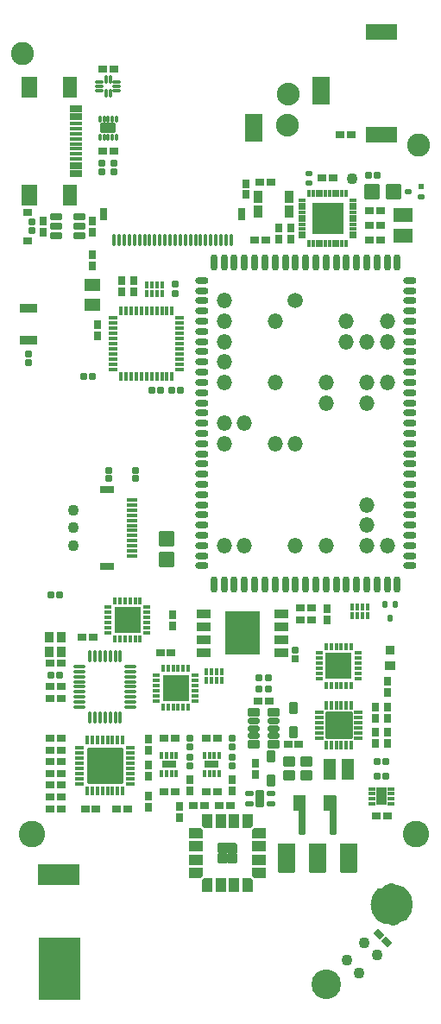
<source format=gts>
G04 Layer: TopSolderMaskLayer*
G04 EasyEDA v6.5.21, 2022-10-22 15:56:40*
G04 9ab0f769691e454ba0e7696980ab9178,294cf934c43b457281b0b0dcd80bbfec,10*
G04 Gerber Generator version 0.2*
G04 Scale: 100 percent, Rotated: No, Reflected: No *
G04 Dimensions in millimeters *
G04 leading zeros omitted , absolute positions ,4 integer and 5 decimal *
%FSLAX45Y45*%
%MOMM*%

%AMMACRO1*1,1,$1,$2,$3*1,1,$1,$4,$5*1,1,$1,0-$2,0-$3*1,1,$1,0-$4,0-$5*20,1,$1,$2,$3,$4,$5,0*20,1,$1,$4,$5,0-$2,0-$3,0*20,1,$1,0-$2,0-$3,0-$4,0-$5,0*20,1,$1,0-$4,0-$5,$2,$3,0*4,1,4,$2,$3,$4,$5,0-$2,0-$3,0-$4,0-$5,$2,$3,0*%
%AMMACRO2*4,1,5,-0.4826,-0.5258,-0.6604,-0.3454,-0.6604,0.5258,0.6604,0.5258,0.6604,-0.5258,-0.4826,-0.5258,0*%
%AMMACRO3*4,1,5,-0.6604,-0.5258,-0.6604,0.3454,-0.4826,0.5258,0.6604,0.5258,0.6604,-0.5258,-0.6604,-0.5258,0*%
%AMMACRO4*4,1,5,-0.5004,-0.5004,-0.5004,0.5004,0.3226,0.5004,0.5004,0.32,0.5004,-0.5004,-0.5004,-0.5004,0*%
%AMMACRO5*4,1,5,-0.5258,-0.6617,-0.5258,0.6617,0.5258,0.6617,0.5258,-0.4813,0.3454,-0.6617,-0.5258,-0.6617,0*%
%AMMACRO6*4,1,5,-0.348,-0.6617,-0.5258,-0.4813,-0.5258,0.6617,0.5258,0.6617,0.5258,-0.6617,-0.348,-0.6617,0*%
%AMMACRO7*4,1,5,-0.5258,-0.6604,-0.5258,0.4826,-0.348,0.6604,0.5258,0.6604,0.5258,-0.6604,-0.5258,-0.6604,0*%
%AMMACRO8*4,1,5,-0.6604,-0.5258,-0.6604,0.5258,0.4801,0.5258,0.6604,0.3454,0.6604,-0.5258,-0.6604,-0.5258,0*%
%AMMACRO9*4,1,5,-0.5258,-0.6617,-0.5258,0.6617,0.3454,0.6617,0.5258,0.4813,0.5258,-0.6617,-0.5258,-0.6617,0*%
%AMMACRO10*4,1,5,-0.6604,-0.5258,-0.6604,0.5258,0.6604,0.5258,0.6604,-0.3454,0.4801,-0.5258,-0.6604,-0.5258,0*%
%AMMACRO11*4,1,8,-0.442,-0.4521,-0.602,-0.2921,-0.602,0.2921,-0.442,0.4521,0.442,0.4521,0.602,0.2921,0.602,-0.2921,0.442,-0.4521,-0.442,-0.4521,0*%
%AMMACRO12*4,1,8,-0.442,-0.4508,-0.602,-0.2908,-0.602,0.2934,-0.442,0.4508,0.442,0.4508,0.602,0.2934,0.602,-0.2908,0.442,-0.4508,-0.442,-0.4508,0*%
%AMMACRO13*4,1,8,-0.442,-0.301,-0.602,-0.141,-0.602,0.141,-0.442,0.301,0.442,0.301,0.602,0.141,0.602,-0.141,0.442,-0.301,-0.442,-0.301,0*%
%AMMACRO14*4,1,8,-0.442,-0.3023,-0.602,-0.1422,-0.602,0.1422,-0.442,0.3023,0.442,0.3023,0.602,0.1422,0.602,-0.1422,0.442,-0.3023,-0.442,-0.3023,0*%
%AMMACRO15*4,1,8,-0.442,-0.301,-0.602,-0.1435,-0.602,0.141,-0.442,0.301,0.442,0.301,0.602,0.141,0.602,-0.1435,0.442,-0.301,-0.442,-0.301,0*%
%ADD10MACRO1,0.1016X-2X1X2X1*%
%ADD11MACRO1,0.1016X-2X3X2X3*%
%ADD12MACRO1,0.1016X-1.5011X-0.7493X-1.5011X0.7493*%
%ADD13MACRO1,0.1016X0.395X0.27X0.395X-0.27*%
%ADD14MACRO1,0.1016X-0.395X0.27X-0.395X-0.27*%
%ADD15MACRO1,0.1016X-0.112X-0.2525X-0.112X0.2525*%
%ADD16MACRO1,0.1016X-0.112X0.2525X-0.112X-0.2525*%
%ADD17MACRO1,0.1016X-0.7X-0.45X-0.7X0.45*%
%ADD18C,1.1016*%
%ADD19MACRO1,0.1016X-1.5X1.5X1.5X1.5*%
%ADD20MACRO1,0.1016X-0.3175X-0.0889X-0.3175X0.0889*%
%ADD21MACRO1,0.1016X-0.0889X0.3175X0.0889X0.3175*%
%ADD22MACRO1,0.1016X-0.395X-0.27X-0.395X0.27*%
%ADD23MACRO1,0.1016X0.395X-0.27X0.395X0.27*%
%ADD24MACRO1,0.1016X-0.27X0.395X0.27X0.395*%
%ADD25MACRO1,0.1016X-0.27X-0.395X0.27X-0.395*%
%ADD26MACRO1,0.1016X0.27X-0.395X-0.27X-0.395*%
%ADD27MACRO1,0.1016X0.27X0.395X-0.27X0.395*%
%ADD28MACRO1,0.1016X-0.275X0.2X0.275X0.2*%
%ADD29MACRO1,0.1016X0.9X0.6X0.9X-0.6*%
%ADD30MACRO1,0.1016X-0.4X-0.5X0.4X-0.5*%
%ADD31MACRO1,0.1016X0.27X-0.2828X-0.27X-0.2828*%
%ADD32MACRO1,0.1016X0.27X0.2828X-0.27X0.2828*%
%ADD33O,1.3015976X0.7015988*%
%ADD34O,0.7015988X1.6015970000000002*%
%ADD35O,1.4915896000000002X1.4915896000000002*%
%ADD36C,1.4916*%
%ADD37MACRO1,0.1016X-0.536X-0.266X-0.536X0.266*%
%ADD38MACRO1,0.1016X0.45X0.15X0.45X-0.15*%
%ADD39MACRO1,0.1016X0.6X0.3X0.6X-0.3*%
%ADD40MACRO1,0.1016X-0.15X0.2525X-0.15X-0.2525*%
%ADD41MACRO1,0.1016X-0.15X-0.2525X-0.15X0.2525*%
%ADD42MACRO1,0.1016X0.675X-0.7051X-0.675X-0.7051*%
%ADD43MACRO1,0.1016X0.675X0.7051X-0.675X0.7051*%
%ADD44MACRO1,0.1016X-0.83X-0.4X-0.83X0.4*%
%ADD45R,0.6416X0.8917*%
%ADD46MACRO1,0.1016X1.25X1.25X1.25X-1.25*%
%ADD47MACRO1,0.1016X0.3X0.15X0.3X-0.15*%
%ADD48MACRO1,0.1016X0.15X-0.3X-0.15X-0.3*%
%ADD49MACRO1,0.1016X-0.3X-0.15X-0.3X0.15*%
%ADD50MACRO1,0.1016X-0.15X0.3X0.15X0.3*%
%ADD51MACRO1,0.1016X0.125X-0.5X-0.125X-0.5*%
%ADD52MACRO1,0.1016X0.3X-0.5X-0.3X-0.5*%
%ADD53MACRO1,0.1016X-0.255X-0.2X-0.255X0.2*%
%ADD54R,0.6116X0.5016*%
%ADD55MACRO1,0.1016X0.2X-0.255X-0.2X-0.255*%
%ADD56MACRO1,0.1016X-0.275X0.275X0.275X0.275*%
%ADD57MACRO1,0.1016X0.2828X0.27X0.2828X-0.27*%
%ADD58MACRO1,0.1016X-0.2828X0.27X-0.2828X-0.27*%
%ADD59MACRO1,0.1016X-0.2828X-0.27X-0.2828X0.27*%
%ADD60MACRO1,0.1016X0.2828X-0.27X0.2828X0.27*%
%ADD61MACRO1,0.1016X-0.475X0.61X0.475X0.61*%
%ADD62MACRO1,0.1016X-0.61X-0.475X-0.61X0.475*%
%ADD63MACRO1,0.1016X0.475X-0.61X-0.475X-0.61*%
%ADD64MACRO2*%
%ADD65MACRO1,0.1016X0.61X0.475X0.61X-0.475*%
%ADD66MACRO3*%
%ADD67MACRO4*%
%ADD68MACRO1,0.1016X0.45X0.45X0.45X-0.45*%
%ADD69MACRO5*%
%ADD70MACRO6*%
%ADD71MACRO7*%
%ADD72MACRO8*%
%ADD73MACRO9*%
%ADD74MACRO10*%
%ADD75MACRO1,0.1016X-0.635X0.4X0.635X0.4*%
%ADD76MACRO1,0.1016X-1.65X2.1X1.65X2.1*%
%ADD77MACRO1,0.1016X0.25X0.25X0.25X-0.25*%
%ADD78MACRO1,0.1016X0.4X0.275X0.4X-0.275*%
%ADD79MACRO1,0.1016X0.5X-0.75X-0.5X-0.75*%
%ADD80MACRO1,0.1016X-0.762X-1.397X-0.762X1.397*%
%ADD81MACRO1,0.1016X-0.25X1.9X0.25X1.9*%
%ADD82MACRO1,0.1X0.6X1X0.6X-1*%
%ADD83MACRO1,0.1X0.75X1X0.75X-1*%
%ADD84MACRO1,0.1X0.55X0.3X0.55X-0.3*%
%ADD85MACRO1,0.1X0.55X0.15X0.55X-0.15*%
%ADD86MACRO1,0.1016X-1.25X1.25X1.25X1.25*%
%ADD87MACRO1,0.1016X-0.375X-0.5X-0.375X0.5*%
%ADD88MACRO11*%
%ADD89MACRO12*%
%ADD90MACRO13*%
%ADD91MACRO14*%
%ADD92MACRO15*%
%ADD93R,0.9656X0.9081*%
%ADD94MACRO1,0.1016X0.432X0.4032X-0.432X0.4032*%
%ADD95MACRO1,0.1016X0.4X0.45X0.4X-0.45*%
%ADD96MACRO1,0.1016X0.5X0.1125X0.5X-0.1125*%
%ADD97MACRO1,0.1016X-0.1125X0.5X0.1125X0.5*%
%ADD98MACRO1,0.1016X-0.27X0.2828X0.27X0.2828*%
%ADD99MACRO1,0.1016X-0.27X-0.2828X0.27X-0.2828*%
%ADD100MACRO1,0.1016X-0.6X0.3X0.6X0.3*%
%ADD101MACRO1,0.1016X-0.14X0.275X0.14X0.275*%
%ADD102O,0.9315958X0.5915914*%
%ADD103MACRO1,0.1016X0.35X-0.8X-0.35X-0.8*%
%ADD104MACRO1,0.1016X-0.705X-0.675X-0.705X0.675*%
%ADD105MACRO1,0.1016X0.705X-0.675X0.705X0.675*%
%ADD106MACRO1,0.1016X0.35X-0.1X-0.35X-0.1*%
%ADD107MACRO1,0.1016X0.0999X-0.35X-0.0999X-0.35*%
%ADD108MACRO1,0.1016X0.4X-0.15X-0.4X-0.15*%
%ADD109C,0.0159*%
%ADD110MACRO1,0.1016X-0.15X-0.4X-0.15X0.4*%
%ADD111MACRO1,0.1016X1.7X-1.7X-1.7X-1.7*%
%ADD112MACRO1,0.1016X-0.4X0.14X0.4X0.14*%
%ADD113MACRO1,0.1016X-0.14X0.4X0.14X0.4*%
%ADD114MACRO1,0.2032X0.45X0.4X0.45X-0.4*%
%ADD115MACRO1,0.1016X0.5505X-1X-0.5505X-1*%
%ADD116MACRO1,0.1016X0.14X0.3325X0.14X-0.3325*%
%ADD117MACRO1,0.1016X-0.3325X0.14X-0.3325X-0.14*%
%ADD118MACRO1,0.1016X0.14X-0.3325X0.14X0.3325*%
%ADD119MACRO1,0.1016X1.3X-1.3X-1.3X-1.3*%
%ADD120MACRO1,0.1016X0.2525X-0.14X-0.2525X-0.14*%
%ADD121MACRO1,0.1016X-0.2525X-0.14X0.2525X-0.14*%
%ADD122MACRO1,0.1016X0.45X-0.825X-0.45X-0.825*%
%ADD123MACRO1,0.1016X-0.8128X1.3208X0.8128X1.3208*%
%ADD124C,2.2352*%
%ADD125MACRO1,0.1016X0.8128X-1.3208X-0.8128X-1.3208*%
%ADD126MACRO1,0.1016X-0.4703X0.0884X-0.0884X0.4703*%
%ADD127MACRO1,0.1016X0.0884X-0.4703X0.4703X-0.0884*%
%ADD128R,0.6416X0.6673*%
%ADD129MACRO1,0.1016X0.15X-0.2525X0.15X0.2525*%
%ADD130MACRO1,0.1016X0.15X0.2525X0.15X-0.2525*%
%ADD131MACRO1,0.1016X-0.6885X-0.5663X0.6885X-0.5663*%
%ADD132MACRO1,0.1016X-0.6885X0.5663X0.6885X0.5663*%
%ADD133C,2.2606*%
%ADD134C,2.6016*%
%ADD135C,2.9016*%
%ADD136C,2.5400*%

%LPD*%
D10*
G01*
X-2712493Y-1752495D03*
D11*
G01*
X-2709994Y-2674995D03*
D12*
G01*
X449999Y6504985D03*
G01*
X449999Y5504987D03*
D13*
G01*
X-2284501Y5339989D03*
D14*
G01*
X-2175489Y5339989D03*
D15*
G01*
X-2309983Y5472239D03*
G01*
X-2269982Y5472239D03*
G01*
X-2229982Y5472239D03*
G01*
X-2189982Y5472239D03*
G01*
X-2149981Y5472239D03*
D16*
G01*
X-2149981Y5657740D03*
G01*
X-2189982Y5657740D03*
G01*
X-2229982Y5657740D03*
G01*
X-2269982Y5657740D03*
G01*
X-2309983Y5657740D03*
D17*
G01*
X-2229982Y5564990D03*
D18*
G01*
X167505Y5069977D03*
D19*
G01*
X-77005Y4679823D03*
D20*
G01*
X-324426Y4859832D03*
G01*
X-324426Y4819827D03*
G01*
X-324426Y4779822D03*
G01*
X-324426Y4739817D03*
G01*
X-324426Y4699838D03*
G01*
X-324426Y4659833D03*
G01*
X-324426Y4619828D03*
G01*
X-324426Y4579823D03*
G01*
X-324426Y4539818D03*
G01*
X-324426Y4499838D03*
D21*
G01*
X-257014Y4432401D03*
G01*
X-217009Y4432401D03*
G01*
X-177004Y4432401D03*
G01*
X-136999Y4432401D03*
G01*
X-97020Y4432401D03*
G01*
X-57015Y4432401D03*
G01*
X-17010Y4432401D03*
G01*
X22994Y4432401D03*
G01*
X62999Y4432401D03*
G01*
X102979Y4432401D03*
D20*
G01*
X170416Y4499838D03*
G01*
X170416Y4539818D03*
G01*
X170416Y4579823D03*
G01*
X170416Y4619828D03*
G01*
X170416Y4659833D03*
G01*
X170416Y4699838D03*
G01*
X170416Y4739817D03*
G01*
X170416Y4779822D03*
G01*
X170416Y4819827D03*
G01*
X170416Y4859832D03*
D21*
G01*
X102979Y4927269D03*
G01*
X62999Y4927269D03*
G01*
X22994Y4927269D03*
G01*
X-17010Y4927269D03*
G01*
X-57015Y4927269D03*
G01*
X-97020Y4927269D03*
G01*
X-136999Y4927269D03*
G01*
X-177004Y4927269D03*
G01*
X-217009Y4927269D03*
G01*
X-257014Y4927269D03*
D13*
G01*
X47993Y5504987D03*
D14*
G01*
X157005Y5504987D03*
D13*
G01*
X-132006Y5074988D03*
D14*
G01*
X-22994Y5074988D03*
D13*
G01*
X-739503Y5034988D03*
D14*
G01*
X-630491Y5034988D03*
D22*
G01*
X440758Y4614989D03*
D23*
G01*
X331746Y4614989D03*
D22*
G01*
X-685492Y4467491D03*
D23*
G01*
X-794504Y4467491D03*
D24*
G01*
X-554997Y4480483D03*
D25*
G01*
X-554997Y4589495D03*
D24*
G01*
X-439996Y4480483D03*
D25*
G01*
X-439996Y4589495D03*
D26*
G01*
X-879998Y5021996D03*
D27*
G01*
X-879998Y4912984D03*
D22*
G01*
X440758Y4469991D03*
D23*
G01*
X331746Y4469991D03*
D22*
G01*
X440758Y4759987D03*
D23*
G01*
X331746Y4759987D03*
D28*
G01*
X-257500Y5029989D03*
G01*
X-257500Y5119989D03*
D29*
G01*
X662500Y4514989D03*
G01*
X662500Y4714989D03*
D30*
G01*
X-456491Y4889980D03*
G01*
X-758492Y4749980D03*
G01*
X-456491Y4749980D03*
G01*
X-758492Y4889980D03*
D31*
G01*
X-2169995Y5220773D03*
D32*
G01*
X-2169995Y5134207D03*
D31*
G01*
X-2289992Y5220773D03*
D32*
G01*
X-2289992Y5134207D03*
D33*
G01*
X726965Y4072417D03*
G01*
X726965Y3972417D03*
G01*
X726965Y3872417D03*
G01*
X726940Y3772418D03*
G01*
X726940Y3672418D03*
G01*
X726940Y3572418D03*
G01*
X726940Y3472418D03*
G01*
X726940Y3372418D03*
G01*
X726914Y3272419D03*
G01*
X726914Y3172419D03*
G01*
X726914Y3072419D03*
G01*
X726914Y2972419D03*
G01*
X726914Y2872419D03*
G01*
X726889Y2772420D03*
G01*
X726889Y2672420D03*
G01*
X726889Y2572420D03*
G01*
X726991Y2472395D03*
G01*
X726965Y2372395D03*
G01*
X726965Y2272395D03*
G01*
X726864Y2172421D03*
G01*
X726864Y2072421D03*
G01*
X726864Y1972421D03*
G01*
X726864Y1872421D03*
G01*
X726838Y1772422D03*
G01*
X726838Y1672422D03*
G01*
X726838Y1572422D03*
G01*
X726838Y1472422D03*
G01*
X726838Y1372422D03*
G01*
X726813Y1272423D03*
D34*
G01*
X-1192486Y1092413D03*
G01*
X-1092487Y1092413D03*
G01*
X-992487Y1092413D03*
G01*
X-892487Y1092413D03*
G01*
X-792462Y1092413D03*
G01*
X-692462Y1092413D03*
G01*
X-592462Y1092413D03*
G01*
X-492462Y1092413D03*
G01*
X-392463Y1092413D03*
G01*
X-292437Y1092413D03*
G01*
X-192438Y1092413D03*
G01*
X-92438Y1092413D03*
G01*
X7561Y1092413D03*
G01*
X107561Y1092413D03*
G01*
X207586Y1092413D03*
G01*
X307586Y1092413D03*
G01*
X407586Y1092413D03*
G01*
X507585Y1092413D03*
G01*
X607585Y1092413D03*
D33*
G01*
X-1313187Y1272423D03*
G01*
X-1313187Y1372422D03*
G01*
X-1313162Y1472422D03*
G01*
X-1313162Y1572422D03*
G01*
X-1313035Y1672396D03*
G01*
X-1313035Y1772396D03*
G01*
X-1313162Y1872421D03*
G01*
X-1313136Y1972421D03*
G01*
X-1313136Y2072421D03*
G01*
X-1313136Y2172421D03*
G01*
X-1313136Y2272421D03*
G01*
X-1313136Y2372420D03*
G01*
X-1313111Y2472420D03*
G01*
X-1313111Y2572420D03*
G01*
X-1313111Y2672420D03*
G01*
X-1313111Y2772420D03*
G01*
X-1313111Y2872419D03*
G01*
X-1313086Y2972419D03*
G01*
X-1313086Y3072419D03*
G01*
X-1313086Y3172419D03*
G01*
X-1313086Y3272419D03*
G01*
X-1313086Y3372418D03*
G01*
X-1313060Y3472418D03*
G01*
X-1313060Y3572418D03*
G01*
X-1313060Y3672418D03*
G01*
X-1313060Y3772418D03*
G01*
X-1313060Y3872417D03*
G01*
X-1313035Y3972417D03*
G01*
X-1313035Y4072417D03*
D34*
G01*
X-1192512Y4252401D03*
G01*
X-1092512Y4252401D03*
G01*
X-992512Y4252401D03*
G01*
X-892487Y4252401D03*
G01*
X-792411Y4252401D03*
G01*
X-692411Y4252401D03*
G01*
X-592411Y4252401D03*
G01*
X-492412Y4252401D03*
G01*
X-392412Y4252401D03*
G01*
X-292412Y4252401D03*
G01*
X-192438Y4252401D03*
G01*
X-92438Y4252401D03*
G01*
X7586Y4252401D03*
G01*
X107561Y4252401D03*
G01*
X207561Y4252401D03*
G01*
X307560Y4252401D03*
G01*
X407560Y4252401D03*
G01*
X507560Y4252401D03*
G01*
X607585Y4252401D03*
D35*
G01*
X506976Y1472397D03*
G01*
X306976Y1872396D03*
G01*
X306976Y1672396D03*
G01*
X306976Y1472397D03*
G01*
X-93022Y1472397D03*
G01*
X-393021Y1472397D03*
G01*
X-893020Y1472397D03*
G01*
X-1093020Y1472397D03*
G01*
X-1093020Y2472395D03*
G01*
X-1093020Y2672394D03*
G01*
X-893020Y2672394D03*
G01*
X-593021Y2472395D03*
G01*
X-393021Y2472395D03*
G01*
X-93022Y2872394D03*
G01*
X306976Y2872394D03*
G01*
X-93022Y3072394D03*
G01*
X306976Y3072394D03*
G01*
X506976Y3072394D03*
G01*
X106977Y3472393D03*
G01*
X306976Y3472393D03*
G01*
X506976Y3472393D03*
G01*
X506976Y3672392D03*
G01*
X106977Y3672392D03*
G01*
X-592411Y3672418D03*
G01*
X-593021Y3072394D03*
G01*
X-1093020Y3072394D03*
G01*
X-1093020Y3272393D03*
G01*
X-1093020Y3472393D03*
G01*
X-1093020Y3672392D03*
G01*
X-1093020Y3872417D03*
D36*
G01*
X-392412Y3872417D03*
D26*
G01*
X-2387495Y4326996D03*
D27*
G01*
X-2387495Y4217984D03*
D26*
G01*
X-2387495Y4656996D03*
D27*
G01*
X-2387495Y4547984D03*
D24*
G01*
X-2864993Y4547984D03*
D25*
G01*
X-2864993Y4656996D03*
D37*
G01*
X-2511336Y4507494D03*
G01*
X-2511336Y4602490D03*
G01*
X-2511336Y4697486D03*
G01*
X-2741155Y4697486D03*
G01*
X-2741155Y4602490D03*
G01*
X-2741155Y4507494D03*
D38*
G01*
X-1997494Y1369997D03*
G01*
X-1997494Y1419997D03*
G01*
X-1997494Y1469997D03*
G01*
X-1997494Y1519996D03*
G01*
X-1997494Y1569996D03*
G01*
X-1997494Y1619996D03*
G01*
X-1997494Y1669996D03*
G01*
X-1997494Y1719996D03*
G01*
X-1997494Y1769996D03*
G01*
X-1997494Y1819996D03*
G01*
X-1997494Y1869996D03*
G01*
X-1997494Y1919996D03*
D39*
G01*
X-2237473Y2020001D03*
G01*
X-2237498Y1269989D03*
D18*
G01*
X-2567490Y1817507D03*
D40*
G01*
X162497Y867745D03*
G01*
X212497Y867745D03*
G01*
X262497Y867745D03*
G01*
X312497Y867745D03*
D41*
G01*
X162497Y782243D03*
G01*
X212497Y782243D03*
G01*
X262497Y782243D03*
G01*
X312497Y782243D03*
D42*
G01*
X-1654992Y1537995D03*
D43*
G01*
X-1654992Y1332000D03*
D44*
G01*
X-3009993Y3797487D03*
G01*
X-3009993Y3487488D03*
D26*
G01*
X-1597497Y797003D03*
D45*
G01*
X-1597489Y687994D03*
D46*
G01*
X-2040084Y742574D03*
D47*
G01*
X-1850169Y867491D03*
G01*
X-1850169Y817504D03*
G01*
X-1850169Y767491D03*
G01*
X-1850169Y717504D03*
G01*
X-1850169Y667491D03*
G01*
X-1850169Y617504D03*
D48*
G01*
X-1914989Y553293D03*
G01*
X-1965002Y553293D03*
G01*
X-2014989Y553293D03*
G01*
X-2065002Y553293D03*
G01*
X-2114989Y553293D03*
G01*
X-2165002Y553293D03*
D49*
G01*
X-2229822Y617504D03*
G01*
X-2229822Y667491D03*
G01*
X-2229822Y717504D03*
G01*
X-2229822Y767491D03*
G01*
X-2229822Y817504D03*
G01*
X-2229822Y867491D03*
D50*
G01*
X-2165002Y931651D03*
G01*
X-2114989Y931651D03*
G01*
X-2065002Y931651D03*
G01*
X-2014989Y931651D03*
G01*
X-1965002Y931651D03*
G01*
X-1914989Y931702D03*
D51*
G01*
X-2172502Y4472485D03*
G01*
X-2122515Y4472485D03*
G01*
X-2072502Y4472485D03*
G01*
X-2022515Y4472485D03*
G01*
X-1972503Y4472485D03*
G01*
X-1922515Y4472485D03*
G01*
X-1872503Y4472485D03*
G01*
X-1822516Y4472485D03*
G01*
X-1772503Y4472485D03*
G01*
X-1722516Y4472485D03*
G01*
X-1672503Y4472485D03*
G01*
X-1622516Y4472485D03*
G01*
X-1572503Y4472485D03*
G01*
X-1522516Y4472485D03*
G01*
X-1472504Y4472485D03*
G01*
X-1422516Y4472485D03*
G01*
X-1372504Y4472485D03*
G01*
X-1322517Y4472485D03*
G01*
X-1272504Y4472485D03*
G01*
X-1222517Y4472485D03*
G01*
X-1172504Y4472485D03*
G01*
X-1122517Y4472485D03*
G01*
X-1072504Y4472485D03*
G01*
X-1022517Y4472485D03*
D52*
G01*
X-922492Y4722497D03*
G01*
X-2272502Y4722497D03*
D53*
G01*
X714997Y4942489D03*
G01*
X844999Y4892489D03*
D54*
G01*
X844999Y4992481D03*
D55*
G01*
X537499Y762497D03*
G01*
X587499Y892500D03*
G01*
X487499Y892500D03*
D56*
G01*
X-2224991Y2209998D03*
G01*
X-1959996Y2209998D03*
G01*
X-2224991Y2135002D03*
G01*
X-1959996Y2135000D03*
D57*
G01*
X409200Y-642503D03*
D58*
G01*
X495766Y-642503D03*
D59*
G01*
X495766Y-787504D03*
D60*
G01*
X409200Y-787504D03*
D61*
G01*
X-994999Y-1232499D03*
G01*
X-1124999Y-1232499D03*
D62*
G01*
X-1369999Y-1477497D03*
G01*
X-1369999Y-1607497D03*
D63*
G01*
X-1124999Y-1852498D03*
G01*
X-994999Y-1852498D03*
D64*
G01*
X-749942Y-1737553D03*
D65*
G01*
X-750001Y-1607497D03*
G01*
X-750001Y-1477497D03*
D66*
G01*
X-749942Y-1347409D03*
D67*
G01*
X-1010038Y-1492443D03*
D68*
G01*
X-1109997Y-1492496D03*
G01*
X-1109997Y-1592496D03*
G01*
X-1009997Y-1592496D03*
D69*
G01*
X-865004Y-1232474D03*
D70*
G01*
X-1254894Y-1232474D03*
D71*
G01*
X-1254894Y-1852615D03*
D72*
G01*
X-1369956Y-1347409D03*
D73*
G01*
X-865004Y-1852488D03*
D74*
G01*
X-1369956Y-1737553D03*
D75*
G01*
X-1292494Y802998D03*
G01*
X-1292494Y675998D03*
G01*
X-1292494Y548998D03*
G01*
X-1292494Y421998D03*
G01*
X-532500Y421998D03*
G01*
X-532500Y548998D03*
G01*
X-532500Y675998D03*
G01*
X-532500Y802998D03*
D76*
G01*
X-912484Y612498D03*
D77*
G01*
X-2979996Y4642488D03*
D78*
G01*
X-3019996Y4742489D03*
G01*
X-3019996Y4462490D03*
D77*
G01*
X-2979995Y4562491D03*
D79*
G01*
X-354998Y-1054999D03*
G01*
X-54998Y-1054999D03*
D80*
G01*
X125996Y-1594998D03*
G01*
X-174998Y-1594998D03*
G01*
X-475993Y-1594998D03*
D81*
G01*
X-325495Y-1170001D03*
G01*
X-24500Y-1170001D03*
D82*
G01*
X-2606022Y5969988D03*
D83*
G01*
X-3001025Y5969988D03*
G01*
X-3001025Y4904986D03*
D82*
G01*
X-2606022Y4904986D03*
D84*
G01*
X-2543961Y5117490D03*
G01*
X-2543961Y5197495D03*
D85*
G01*
X-2543961Y5262505D03*
G01*
X-2543961Y5312492D03*
G01*
X-2543961Y5362505D03*
G01*
X-2543961Y5412492D03*
G01*
X-2543961Y5462504D03*
G01*
X-2543961Y5512492D03*
G01*
X-2543961Y5562504D03*
G01*
X-2543961Y5612491D03*
D84*
G01*
X-2543961Y5677479D03*
G01*
X-2543961Y5757484D03*
D86*
G01*
X32423Y292409D03*
D50*
G01*
X-92494Y482325D03*
G01*
X-42506Y482325D03*
G01*
X7505Y482325D03*
G01*
X57492Y482325D03*
G01*
X107505Y482325D03*
G01*
X157492Y482325D03*
D47*
G01*
X221703Y417504D03*
G01*
X221703Y367492D03*
G01*
X221703Y317505D03*
G01*
X221703Y267492D03*
G01*
X221703Y217505D03*
G01*
X221703Y167492D03*
D48*
G01*
X157492Y102671D03*
G01*
X107505Y102671D03*
G01*
X57492Y102671D03*
G01*
X7505Y102671D03*
G01*
X-42506Y102671D03*
G01*
X-92494Y102671D03*
D49*
G01*
X-156654Y167492D03*
G01*
X-156654Y217505D03*
G01*
X-156654Y267492D03*
G01*
X-156654Y317505D03*
G01*
X-156654Y367492D03*
G01*
X-156705Y417504D03*
D24*
G01*
X-782497Y-769505D03*
D25*
G01*
X-782497Y-660493D03*
D13*
G01*
X-759503Y-52501D03*
D14*
G01*
X-650491Y-52501D03*
D87*
G01*
X-634997Y-597744D03*
G01*
X-634997Y-832250D03*
D88*
G01*
X-805060Y-165039D03*
D89*
G01*
X-805060Y-475046D03*
G01*
X-604908Y-475046D03*
D88*
G01*
X-604908Y-165039D03*
D90*
G01*
X-805060Y-250002D03*
D91*
G01*
X-805060Y-319979D03*
D92*
G01*
X-805060Y-389956D03*
G01*
X-604908Y-389956D03*
D91*
G01*
X-604908Y-319979D03*
D90*
G01*
X-604908Y-250002D03*
D18*
G01*
X-2567490Y1472498D03*
G01*
X-2567490Y1644990D03*
D93*
G01*
X532503Y442833D03*
D94*
G01*
X532498Y292174D03*
D26*
G01*
X512498Y144505D03*
D45*
G01*
X512488Y35493D03*
D57*
G01*
X-2790775Y202498D03*
D58*
G01*
X-2704209Y202498D03*
D22*
G01*
X-2692989Y87500D03*
D23*
G01*
X-2802001Y87500D03*
D22*
G01*
X-1610489Y419999D03*
D23*
G01*
X-1719501Y419999D03*
D86*
G01*
X-1567573Y74909D03*
D50*
G01*
X-1692490Y264825D03*
G01*
X-1642503Y264825D03*
G01*
X-1592491Y264825D03*
G01*
X-1542503Y264825D03*
G01*
X-1492491Y264825D03*
G01*
X-1442504Y264825D03*
D47*
G01*
X-1378292Y200004D03*
G01*
X-1378292Y149992D03*
G01*
X-1378292Y100004D03*
G01*
X-1378292Y49992D03*
G01*
X-1378292Y5D03*
G01*
X-1378292Y-50007D03*
D48*
G01*
X-1442504Y-114828D03*
G01*
X-1492491Y-114828D03*
G01*
X-1542503Y-114828D03*
G01*
X-1592491Y-114828D03*
G01*
X-1642503Y-114828D03*
G01*
X-1692490Y-114828D03*
D49*
G01*
X-1756651Y-50007D03*
G01*
X-1756651Y5D03*
G01*
X-1756651Y49992D03*
G01*
X-1756651Y100004D03*
G01*
X-1756651Y149992D03*
G01*
X-1756702Y200004D03*
D95*
G01*
X-2687500Y577498D03*
G01*
X-2687500Y427498D03*
G01*
X-2807489Y427498D03*
G01*
X-2807489Y577498D03*
D22*
G01*
X-2375489Y577499D03*
D23*
G01*
X-2484501Y577499D03*
D22*
G01*
X-2692989Y-27500D03*
D23*
G01*
X-2802001Y-27500D03*
D22*
G01*
X-2692989Y317500D03*
D23*
G01*
X-2802001Y317500D03*
D22*
G01*
X-2692989Y-532498D03*
D23*
G01*
X-2802001Y-532498D03*
D22*
G01*
X-2692989Y-417499D03*
D23*
G01*
X-2802001Y-417499D03*
D96*
G01*
X-2509994Y237497D03*
G01*
X-2509994Y287500D03*
G01*
X-2509994Y187500D03*
G01*
X-2509994Y137500D03*
G01*
X-2509994Y87500D03*
G01*
X-2509994Y37500D03*
G01*
X-2509994Y-12499D03*
G01*
X-2509994Y-62499D03*
G01*
X-2509994Y-112499D03*
G01*
X-2010009Y-112590D03*
G01*
X-2010009Y-62590D03*
G01*
X-2010009Y-12588D03*
G01*
X-2010009Y37406D03*
G01*
X-2009989Y87497D03*
G01*
X-2010009Y137406D03*
G01*
X-2010009Y187406D03*
G01*
X-2010009Y237408D03*
G01*
X-2010009Y287407D03*
D97*
G01*
X-2409995Y-212498D03*
G01*
X-2359995Y-212498D03*
G01*
X-2309995Y-212498D03*
G01*
X-2259990Y-212498D03*
G01*
X-2209995Y-212498D03*
G01*
X-2159995Y-212498D03*
G01*
X-2109995Y-212498D03*
G01*
X-2110021Y387457D03*
G01*
X-2160016Y387457D03*
G01*
X-2210010Y387457D03*
G01*
X-2260005Y387457D03*
G01*
X-2310023Y387457D03*
G01*
X-2360018Y387457D03*
G01*
X-2410012Y387457D03*
D22*
G01*
X-1570489Y-942497D03*
D23*
G01*
X-1679501Y-942497D03*
D24*
G01*
X-1427495Y-932002D03*
D25*
G01*
X-1427495Y-822990D03*
D22*
G01*
X-1570489Y-414997D03*
D23*
G01*
X-1679501Y-414997D03*
D22*
G01*
X-1157991Y-414997D03*
D23*
G01*
X-1267002Y-414997D03*
D24*
G01*
X-1012497Y-932002D03*
D25*
G01*
X-1012497Y-822990D03*
D13*
G01*
X-1267002Y-942497D03*
D14*
G01*
X-1157991Y-942497D03*
D98*
G01*
X-1427495Y-503279D03*
D99*
G01*
X-1427495Y-416713D03*
D31*
G01*
X-1427495Y-604213D03*
D32*
G01*
X-1427495Y-690779D03*
D98*
G01*
X-1012497Y-503279D03*
D99*
G01*
X-1012497Y-416713D03*
D31*
G01*
X-1012497Y-604213D03*
D32*
G01*
X-1012497Y-690779D03*
D100*
G01*
X-1634995Y-674997D03*
D101*
G01*
X-1710001Y-582236D03*
G01*
X-1659989Y-582236D03*
G01*
X-1610001Y-582236D03*
G01*
X-1559989Y-582236D03*
G01*
X-1559989Y-767758D03*
G01*
X-1610001Y-767758D03*
G01*
X-1659989Y-767758D03*
G01*
X-1710001Y-767758D03*
D100*
G01*
X-1212496Y-674997D03*
D101*
G01*
X-1287503Y-582236D03*
G01*
X-1237490Y-582236D03*
G01*
X-1187503Y-582236D03*
G01*
X-1137490Y-582236D03*
G01*
X-1137490Y-767758D03*
G01*
X-1187503Y-767758D03*
G01*
X-1237490Y-767758D03*
G01*
X-1287503Y-767758D03*
D102*
G01*
X-635998Y-1059982D03*
G01*
X-635998Y-959982D03*
G01*
X-843998Y-959982D03*
G01*
X-843998Y-1059982D03*
D103*
G01*
X-740011Y-1010010D03*
D87*
G01*
X-412513Y-122746D03*
G01*
X-412513Y-357252D03*
D57*
G01*
X-748280Y62499D03*
D58*
G01*
X-661714Y62499D03*
D57*
G01*
X-748280Y177500D03*
D58*
G01*
X-661714Y177500D03*
D24*
G01*
X-82499Y745492D03*
D25*
G01*
X-82499Y854504D03*
D104*
G01*
X567999Y4942489D03*
D105*
G01*
X362000Y4942489D03*
D22*
G01*
X-358007Y-480001D03*
D23*
G01*
X-467019Y-480001D03*
D106*
G01*
X-2144994Y5934981D03*
G01*
X-2144994Y5975012D03*
G01*
X-2144994Y6015017D03*
D107*
G01*
X-2210005Y6039985D03*
G01*
X-2250010Y6039985D03*
D106*
G01*
X-2314996Y6015017D03*
G01*
X-2314996Y5975012D03*
G01*
X-2314996Y5934981D03*
D107*
G01*
X-2249985Y5909988D03*
G01*
X-2210056Y5909988D03*
D57*
G01*
X-2790778Y989998D03*
D58*
G01*
X-2704212Y989998D03*
D31*
G01*
X-3009993Y3350776D03*
D32*
G01*
X-3009993Y3264211D03*
D57*
G01*
X-2473278Y3127494D03*
D58*
G01*
X-2386712Y3127494D03*
D108*
G01*
X-2177412Y3202480D03*
G01*
X-2177412Y3252492D03*
G01*
X-2177412Y3302481D03*
G01*
X-2177412Y3352493D03*
G01*
X-2177412Y3402505D03*
G01*
X-2177412Y3452493D03*
G01*
X-2177412Y3502506D03*
G01*
X-2177412Y3552493D03*
G01*
X-2177412Y3602506D03*
G01*
X-2177412Y3652493D03*
G01*
X-2177412Y3702505D03*
D110*
G01*
X-2102507Y3777409D03*
G01*
X-2052495Y3777409D03*
G01*
X-2002506Y3777409D03*
G01*
X-1952494Y3777409D03*
G01*
X-1902482Y3777409D03*
G01*
X-1852494Y3777409D03*
G01*
X-1802481Y3777409D03*
G01*
X-1752494Y3777409D03*
G01*
X-1702481Y3777409D03*
G01*
X-1652494Y3777409D03*
G01*
X-1602482Y3777409D03*
D108*
G01*
X-1527578Y3702505D03*
G01*
X-1527578Y3652493D03*
G01*
X-1527578Y3602506D03*
G01*
X-1527578Y3552493D03*
G01*
X-1527578Y3502506D03*
G01*
X-1527578Y3452493D03*
G01*
X-1527578Y3402505D03*
G01*
X-1527578Y3352493D03*
G01*
X-1527578Y3302481D03*
G01*
X-1527578Y3252492D03*
G01*
X-1527578Y3202480D03*
D110*
G01*
X-1602482Y3127575D03*
G01*
X-1652494Y3127575D03*
G01*
X-1702481Y3127575D03*
G01*
X-1752494Y3127575D03*
G01*
X-1802481Y3127575D03*
G01*
X-1852494Y3127575D03*
G01*
X-1902482Y3127575D03*
G01*
X-1952494Y3127575D03*
G01*
X-2002506Y3127575D03*
G01*
X-2052495Y3127575D03*
G01*
X-2102507Y3127575D03*
D31*
G01*
X-1572496Y4033274D03*
D32*
G01*
X-1572496Y3946709D03*
D22*
G01*
X-2692989Y-647499D03*
D23*
G01*
X-2802001Y-647499D03*
D22*
G01*
X-2692989Y-992499D03*
D23*
G01*
X-2802001Y-992499D03*
D22*
G01*
X-2692989Y-762497D03*
D23*
G01*
X-2802001Y-762497D03*
D26*
G01*
X-1832495Y-680493D03*
D27*
G01*
X-1832495Y-789505D03*
D22*
G01*
X-2692989Y-877498D03*
D23*
G01*
X-2802001Y-877498D03*
D24*
G01*
X-1832495Y-537004D03*
D25*
G01*
X-1832495Y-427992D03*
D111*
G01*
X-2261237Y-687489D03*
D112*
G01*
X-2511224Y-862495D03*
G01*
X-2511224Y-812482D03*
G01*
X-2511224Y-762495D03*
G01*
X-2511224Y-712482D03*
G01*
X-2511224Y-662495D03*
G01*
X-2511224Y-612482D03*
G01*
X-2511224Y-562495D03*
G01*
X-2511224Y-512483D03*
D113*
G01*
X-2436091Y-437502D03*
G01*
X-2386078Y-437502D03*
G01*
X-2336091Y-437502D03*
G01*
X-2286078Y-437502D03*
G01*
X-2236091Y-437502D03*
G01*
X-2186078Y-437502D03*
G01*
X-2136091Y-437502D03*
G01*
X-2086079Y-437502D03*
D112*
G01*
X-2011250Y-512279D03*
G01*
X-2011250Y-562292D03*
G01*
X-2011250Y-612279D03*
G01*
X-2011250Y-662292D03*
G01*
X-2011250Y-712279D03*
G01*
X-2011250Y-762292D03*
G01*
X-2011250Y-812279D03*
G01*
X-2011250Y-862291D03*
D113*
G01*
X-2086383Y-937475D03*
G01*
X-2136371Y-937475D03*
G01*
X-2186383Y-937475D03*
G01*
X-2236370Y-937475D03*
G01*
X-2286383Y-937475D03*
G01*
X-2336370Y-937475D03*
G01*
X-2386383Y-937475D03*
G01*
X-2436243Y-937475D03*
D26*
G01*
X512483Y-110497D03*
D45*
G01*
X512488Y-219522D03*
D24*
G01*
X512483Y-469508D03*
D25*
G01*
X512483Y-360497D03*
D114*
G01*
X-284241Y-644997D03*
G01*
X-284241Y-784997D03*
G01*
X-456732Y-645002D03*
G01*
X-456732Y-785002D03*
D115*
G01*
X122499Y-719998D03*
G01*
X-57500Y-719998D03*
D116*
G01*
X157775Y-98924D03*
G01*
X107776Y-98924D03*
G01*
X57776Y-98924D03*
G01*
X7776Y-98924D03*
G01*
X-42223Y-98924D03*
G01*
X-92223Y-98924D03*
D117*
G01*
X-157974Y-164674D03*
G01*
X-157974Y-214674D03*
G01*
X-157974Y-264674D03*
G01*
X-157974Y-314674D03*
G01*
X-157974Y-364674D03*
G01*
X-157974Y-414674D03*
D118*
G01*
X-92223Y-480424D03*
G01*
X-42223Y-480424D03*
G01*
X7776Y-480424D03*
G01*
X57776Y-480424D03*
G01*
X107776Y-480424D03*
G01*
X157775Y-480424D03*
D117*
G01*
X223526Y-414674D03*
G01*
X223526Y-364674D03*
G01*
X223526Y-314674D03*
G01*
X223526Y-264674D03*
G01*
X223526Y-214674D03*
G01*
X223526Y-164674D03*
D119*
G01*
X32776Y-289674D03*
D120*
G01*
X547750Y-1062498D03*
G01*
X547750Y-1012498D03*
G01*
X547750Y-962498D03*
G01*
X547750Y-912498D03*
D121*
G01*
X362249Y-912498D03*
G01*
X362249Y-962498D03*
G01*
X362249Y-1012498D03*
G01*
X362249Y-1062498D03*
D122*
G01*
X455000Y-987498D03*
D22*
G01*
X-1285491Y-1074999D03*
D23*
G01*
X-1394503Y-1074999D03*
D22*
G01*
X509506Y-1177498D03*
D23*
G01*
X400494Y-1177498D03*
D24*
G01*
X392485Y-219509D03*
D25*
G01*
X392485Y-110497D03*
D24*
G01*
X392485Y-469508D03*
D25*
G01*
X392485Y-360497D03*
D123*
G01*
X-139219Y5932487D03*
D124*
G01*
X-466885Y5902004D03*
D125*
G01*
X-799218Y5567486D03*
D124*
G01*
X-471558Y5597966D03*
D126*
G01*
X504322Y-2413538D03*
D127*
G01*
X427238Y-2336454D03*
D13*
G01*
X-2802001Y-1107498D03*
D14*
G01*
X-2692989Y-1107498D03*
D26*
G01*
X-1832495Y-987991D03*
D27*
G01*
X-1832495Y-1097003D03*
D13*
G01*
X-2145743Y-1107490D03*
D14*
G01*
X-2036732Y-1107490D03*
D13*
G01*
X-2455745Y-1107490D03*
D14*
G01*
X-2346733Y-1107490D03*
D18*
G01*
X405350Y-2543139D03*
G01*
X231411Y-2717078D03*
G01*
X111193Y-2596860D03*
G01*
X285158Y-2422921D03*
D13*
G01*
X-347004Y864997D03*
D14*
G01*
X-237992Y864997D03*
D13*
G01*
X-347004Y744997D03*
D14*
G01*
X-237992Y744997D03*
D31*
G01*
X-392498Y450782D03*
D128*
G01*
X-392488Y364220D03*
D129*
G01*
X-1702494Y3944744D03*
G01*
X-1752494Y3944744D03*
G01*
X-1802494Y3944744D03*
G01*
X-1852494Y3944744D03*
D130*
G01*
X-1702494Y4030245D03*
G01*
X-1752494Y4030245D03*
G01*
X-1802494Y4030245D03*
G01*
X-1852494Y4030245D03*
D40*
G01*
X-1265000Y237746D03*
G01*
X-1215000Y237746D03*
G01*
X-1165000Y237746D03*
G01*
X-1115000Y237746D03*
D41*
G01*
X-1265000Y152245D03*
G01*
X-1215000Y152245D03*
G01*
X-1165000Y152245D03*
G01*
X-1115000Y152245D03*
D59*
G01*
X408283Y5107490D03*
D60*
G01*
X321717Y5107490D03*
D13*
G01*
X-2284501Y6142487D03*
D14*
G01*
X-2175489Y6142487D03*
D24*
G01*
X-1532496Y-1197002D03*
D25*
G01*
X-1532496Y-1087991D03*
D22*
G01*
X-1030490Y-1074999D03*
D23*
G01*
X-1139502Y-1074999D03*
D26*
G01*
X-2097496Y4066997D03*
D27*
G01*
X-2097496Y3957985D03*
D59*
G01*
X-1711714Y2992493D03*
D60*
G01*
X-1798280Y2992493D03*
D57*
G01*
X-1608281Y2992493D03*
D58*
G01*
X-1521715Y2992493D03*
D26*
G01*
X-2329995Y3636998D03*
D45*
G01*
X-2330000Y3527993D03*
D26*
G01*
X-1977496Y4066997D03*
D27*
G01*
X-1977496Y3957985D03*
D131*
G01*
X-2387499Y4026618D03*
D132*
G01*
X-2387499Y3833365D03*
D133*
G01*
X819193Y5398500D03*
G01*
X-3074626Y6297660D03*
D134*
G01*
X-2978106Y-1352819D03*
G01*
X788713Y-1352819D03*
D135*
G01*
X-87510Y-2827492D03*
D136*
G75*
G01*
X472295Y-2048794D02*
G03*
X472295Y-2048373I80201J210D01*
M02*

</source>
